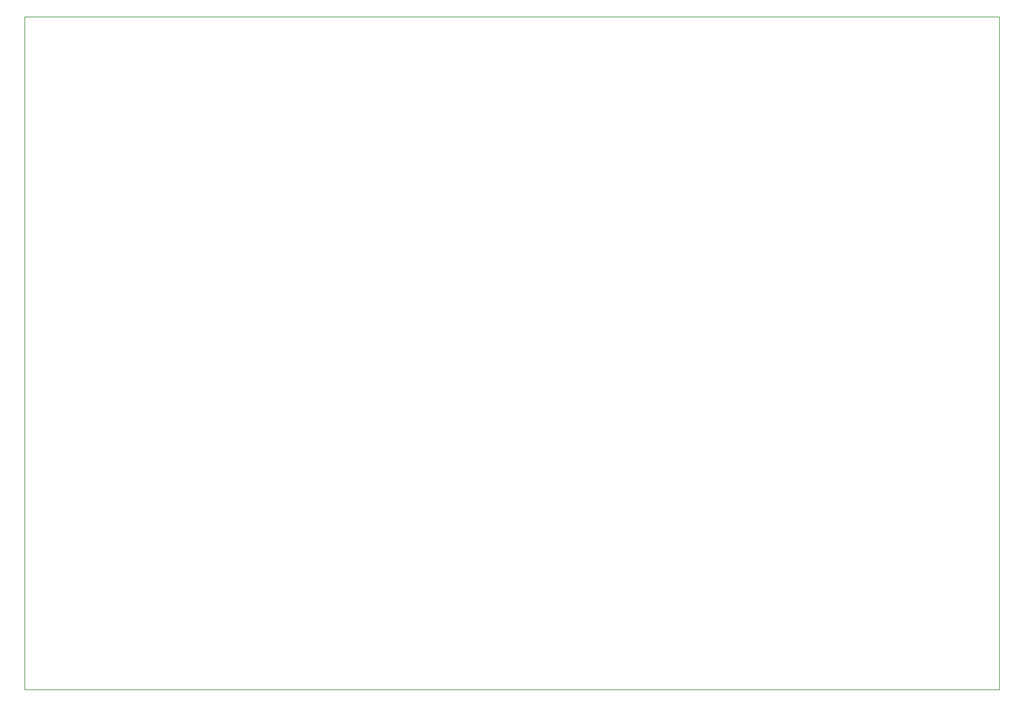
<source format=gbr>
G04 #@! TF.FileFunction,Profile,NP*
%FSLAX46Y46*%
G04 Gerber Fmt 4.6, Leading zero omitted, Abs format (unit mm)*
G04 Created by KiCad (PCBNEW 4.0.7) date 04/12/19 18:34:34*
%MOMM*%
%LPD*%
G01*
G04 APERTURE LIST*
%ADD10C,0.100000*%
%ADD11C,0.150000*%
G04 APERTURE END LIST*
D10*
D11*
X278130000Y-17780000D02*
X278130000Y-16510000D01*
X278130000Y-15240000D02*
X278130000Y-17780000D01*
X15240000Y-15240000D02*
X278130000Y-15240000D01*
X15240000Y-196850000D02*
X15240000Y-15240000D01*
X278130000Y-196850000D02*
X15240000Y-196850000D01*
X278130000Y-16510000D02*
X278130000Y-196850000D01*
M02*

</source>
